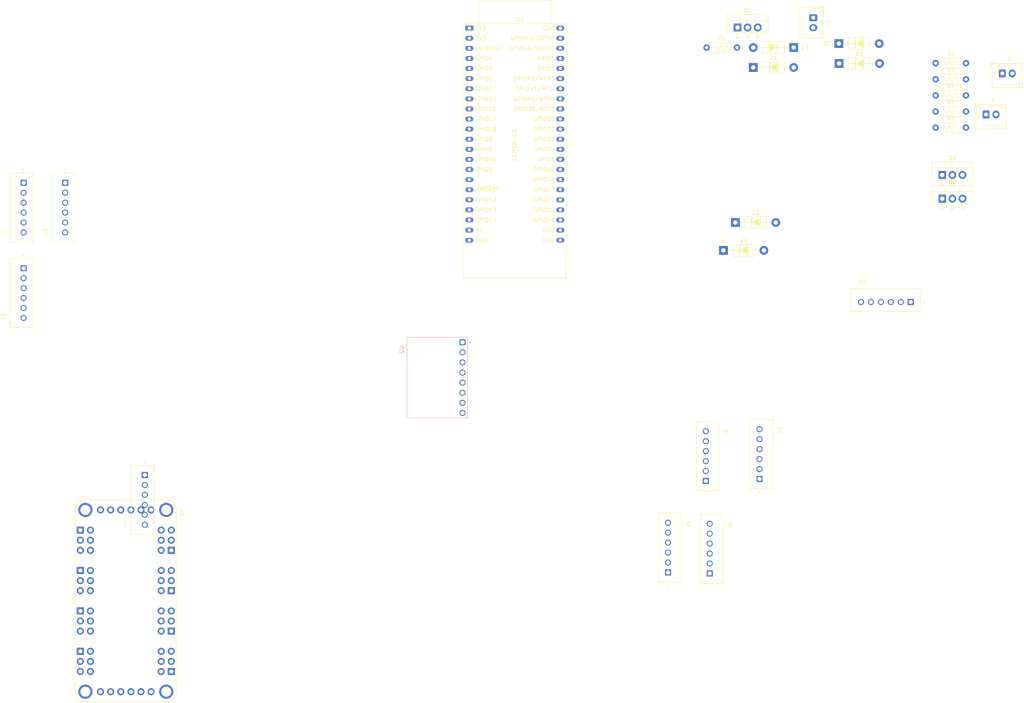
<source format=kicad_pcb>
(kicad_pcb (version 20241229) (generator "pcbnew") (generator_version "9.0")
  (layers (0 "F.Cu" signal) (2 "B.Cu" signal) (13 "F.Paste" user) (15 "B.Paste" user) (5 "F.SilkS" user "F.Silkscreen") (7 "B.SilkS" user "B.Silkscreen") (1 "F.Mask" user) (3 "B.Mask" user) (25 "Edge.Cuts" user))
  (net 0 "")
  (net 2 "Net-(D1-A)")
  (net 8 "Net-(D2-A)")
  (net 11 "+3V3")
  (net 12 "Net-(D3-A)")
  (net 17 "/LED Bank/SW_LUF")
  (net 21 "Net-(U4-OUT0)")
  (net 22 "Net-(U4-OUT1)")
  (net 24 "Net-(U4-OUT2)")
  (net 26 "Net-(U4-OUT3)")
  (net 27 "Net-(U4-OUT4)")
  (net 29 "Net-(U4-OUT5)")
  (net 30 "/LED Bank/SW_LUM")
  (net 33 "GND")
  (net 34 "Net-(U4-OUT7)")
  (net 35 "/LED Bank/SW_LLF")
  (net 37 "Net-(U4-OUT6)")
  (net 38 "Net-(U4-OUT8)")
  (net 39 "/LED Bank/SW_LLM")
  (net 40 "Net-(U4-OUT10)")
  (net 41 "Net-(U4-OUT11)")
  (net 42 "Net-(U4-OUT9)")
  (net 43 "/LED Bank/SW_RUF")
  (net 44 "Net-(U4-OUT12)")
  (net 45 "Net-(U4-OUT14)")
  (net 46 "Net-(U4-OUT13)")
  (net 47 "Net-(U4-OUT15)")
  (net 48 "Net-(U4-OUT16)")
  (net 49 "/LED Bank/SW_RUM")
  (net 50 "Net-(U4-OUT17)")
  (net 51 "Net-(U4-OUT19)")
  (net 52 "Net-(U4-OUT18)")
  (net 53 "Net-(U4-OUT20)")
  (net 54 "/LED Bank/SW_RLF")
  (net 55 "Net-(U4-OUT22)")
  (net 56 "Net-(U4-OUT23)")
  (net 57 "/LED Bank/SW_RLM")
  (net 58 "Net-(U4-OUT21)")
  (net 59 "Net-(Q1-G)")
  (net 60 "GNDPWR")
  (net 61 "Net-(Q2-G)")
  (net 62 "Net-(Q3-G)")
  (net 63 "/Thumper Array/COIL_LEFT")
  (net 64 "/Thumper Array/COIL_RIGHT")
  (net 65 "/Thumper Array/COIL_CENTER")
  (net 67 "/LED Bank/~{OE}")
  (net 68 "/LED Bank/CLK")
  (net 69 "SDA")
  (net 70 "+5V")
  (net 71 "SCL")
  (net 72 "/LED Bank/LAT")
  (net 73 "/LED Bank/DIN")
  (net 74 "/LED Bank/DOUT")
  (net 76 "+12V")
  (footprint "Pinball_Custom_Components:ESP32-S3-DevKitC" (layer "F.Cu") (at 137.07 19.10792)
    (property "Reference" "U1" (at 12.7 -2.1 0) (layer "F.SilkS"))
    (property "Value" "ESP32-S3" (at 11.42632 29.46128 90) (layer "F.SilkS"))
    (fp_text user "GPIO10" (at 1.86 40.28 0) (layer "F.SilkS") (effects (justify left)))
    (fp_text user "GND" (at 21.59 53.34 0) (layer "F.SilkS") (effects (justify right)))
    (fp_text user "3V3" (at 1.27 0 0) (layer "F.SilkS") (effects (justify left)))
    (fp_text user "GPIO14" (at 1.27 48.26 0) (layer "F.SilkS") (effects (justify left)))
    (fp_text user "GPIO3" (at 1.27 30.48 0) (layer "F.SilkS") (effects (justify left)))
    (fp_text user "GPIO12" (at 1.27 43.18 0) (layer "F.SilkS") (effects (justify left)))
    (fp_text user "GPIO38" (at 21.59 22.86 0) (layer "F.SilkS") (effects (justify right)))
    (fp_text user "GPIO39/MTCK" (at 21.59 20.32 0) (layer "F.SilkS") (effects (justify right)))
    (fp_text user "GPIO7" (at 1.27 15.24 0) (layer "F.SilkS") (effects (justify left)))
    (fp_text user "EN/RESET" (at 8.88632 5.07728 0) (layer "F.SilkS") (effects (justify right)))
    (fp_text user "GPIO42/MTMS" (at 21.59 12.7 0) (layer "F.SilkS") (effects (justify right)))
    (fp_text user "GPIO15" (at 1.27 17.78 0) (layer "F.SilkS") (effects (justify left)))
    (fp_text user "GPIO48" (at 21.59 38.1 0) (layer "F.SilkS") (effects (justify right)))
    (fp_text user "GPIO6" (at 1.27 12.7 0) (layer "F.SilkS") (effects (justify left)))
    (fp_text user "GPIO47" (at 21.59 40.64 0) (layer "F.SilkS") (effects (justify right)))
    (fp_text user "5V" (at 1.52032 50.79728 0) (layer "F.SilkS") (effects (justify left)))
    (fp_text user "GPIO45" (at 21.59 35.56 0) (layer "F.SilkS") (effects (justify right)))
    (fp_text user "GPIO8" (at 1.27 27.94 0) (layer "F.SilkS") (effects (justify left)))
    (fp_text user "GPIO16" (at 1.27 20.32 0) (layer "F.SilkS") (effects (justify left)))
    (fp_text user "GPIO21" (at 21.59 43.18 0) (layer "F.SilkS") (effects (justify right)))
    (fp_text user "GND" (at 21.59 0 0) (layer "F.SilkS") (effects (justify right)))
    (fp_text user "GPIO43/U0TXD" (at 21.59 2.54 0) (layer "F.SilkS") (effects (justify right)))
    (fp_text user "GPIO18" (at 1.27 25.4 0) (layer "F.SilkS") (effects (justify left)))
    (fp_text user "GPIO46" (at 1.27 33.02 0) (layer "F.SilkS") (effects (justify left)))
    (fp_text user "GPIO2" (at 21.59 10.16 0) (layer "F.SilkS") (effects (justify right)))
    (fp_text user "GPIO5" (at 1.27 10.16 0) (layer "F.SilkS") (effects (justify left)))
    (fp_text user "GPIO9" (at 1.27 35.56 0) (layer "F.SilkS") (effects (justify left)))
    (fp_text user "GPIO13" (at 1.27 45.72 0) (layer "F.SilkS") (effects (justify left)))
    (fp_text user "GPIO41/MTDI" (at 21.59 15.24 0) (layer "F.SilkS") (effects (justify right)))
    (fp_text user "3V3" (at 1.27 2.54 0) (layer "F.SilkS") (effects (justify left)))
    (fp_text user "GPIO17" (at 1.27 22.86 0) (layer "F.SilkS") (effects (justify left)))
    (fp_text user "GND" (at 21.59 50.8 0) (layer "F.SilkS") (effects (justify right)))
    (fp_text user "GND" (at 1.52032 53.33728 0) (layer "F.SilkS") (effects (justify left)))
    (fp_text user "GPIO20" (at 21.59 45.72 0) (layer "F.SilkS") (effects (justify right)))
    (fp_text user "GPIO4" (at 1.27 7.62 0) (layer "F.SilkS") (effects (justify left)))
    (fp_text user "GPIO11" (at 1.27 40.64 0) (layer "F.SilkS") (effects (justify left)))
    (fp_text user "GPIO44/U0RXD" (at 21.59 5.08 0) (layer "F.SilkS") (effects (justify right)))
    (fp_text user "GPIO0" (at 21.59 33.02 0) (layer "F.SilkS") (effects (justify right)))
    (fp_text user "GPIO19" (at 21.59 48.26 0) (layer "F.SilkS") (effects (justify right)))
    (fp_text user "GPIO1" (at 21.59 7.62 0) (layer "F.SilkS") (effects (justify right)))
    (fp_text user "GPIO35" (at 21.59 30.48 0) (layer "F.SilkS") (effects (justify right)))
    (fp_text user "GPIO36" (at 21.59 27.94 0) (layer "F.SilkS") (effects (justify right)))
    (fp_text user "GPIO37" (at 21.59 25.4 0) (layer "F.SilkS") (effects (justify right)))
    (fp_text user "GPIO40/MTDO" (at 21.59 17.78 0) (layer "F.SilkS") (effects (justify right)))
    (pad "1" thru_hole rect (at 0 0 270) (size 1.2 2) (drill 0.8) (layers "*.Cu" "*.Mask") (net 11 "+3V3"))
    (pad "2" thru_hole oval (at 0 2.54 270) (size 1.2 2) (drill 0.8) (layers "*.Cu" "*.Mask") (net 11 "+3V3"))
    (pad "3" thru_hole oval (at 0 5.08 270) (size 1.2 2) (drill 0.8) (layers "*.Cu" "*.Mask"))
    (pad "4" thru_hole oval (at 0 7.62 270) (size 1.2 2) (drill 0.8) (layers "*.Cu" "*.Mask"))
    (pad "5" thru_hole oval (at 0 10.16 270) (size 1.2 2) (drill 0.8) (layers "*.Cu" "*.Mask"))
    (pad "6" thru_hole oval (at 0 12.7 270) (size 1.2 2) (drill 0.8) (layers "*.Cu" "*.Mask"))
    (pad "7" thru_hole oval (at 0 15.24 270) (size 1.2 2) (drill 0.8) (layers "*.Cu" "*.Mask"))
    (pad "8" thru_hole oval (at 0 17.78 270) (size 1.2 2) (drill 0.8) (layers "*.Cu" "*.Mask") (net 39 "/LED Bank/SW_LLM"))
    (pad "9" thru_hole oval (at 0 20.32 270) (size 1.2 2) (drill 0.8) (layers "*.Cu" "*.Mask") (net 35 "/LED Bank/SW_LLF"))
    (pad "10" thru_hole oval (at 0 22.86 270) (size 1.2 2) (drill 0.8) (layers "*.Cu" "*.Mask") (net 30 "/LED Bank/SW_LUM"))
    (pad "11" thru_hole oval (at 0 25.4 270) (size 1.2 2) (drill 0.8) (layers "*.Cu" "*.Mask") (net 17 "/LED Bank/SW_LUF"))
    (pad "12" thru_hole oval (at 0 27.94 270) (size 1.2 2) (drill 0.8) (layers "*.Cu" "*.Mask") (net 69 "SDA"))
    (pad "13" thru_hole oval (at 0 30.48 270) (size 1.2 2) (drill 0.8) (layers "*.Cu" "*.Mask") (net 64 "/Thumper Array/COIL_RIGHT"))
    (pad "14" thru_hole oval (at 0 33.02 270) (size 1.2 2) (drill 0.8) (layers "*.Cu" "*.Mask"))
    (pad "15" thru_hole oval (at 0 35.56 270) (size 1.2 2) (drill 0.8) (layers "*.Cu" "*.Mask") (net 71 "SCL"))
    (pad "16" thru_hole oval (at 0 38.1 270) (size 1.2 2) (drill 0.8) (layers "*.Cu" "*.Mask"))
    (pad "17" thru_hole oval (at 0 40.64 270) (size 1.2 2) (drill 0.8) (layers "*.Cu" "*.Mask") (net 57 "/LED Bank/SW_RLM"))
    (pad "18" thru_hole oval (at 0 43.18 270) (size 1.2 2) (drill 0.8) (layers "*.Cu" "*.Mask") (net 54 "/LED Bank/SW_RLF"))
    (pad "19" thru_hole oval (at 0 45.72 270) (size 1.2 2) (drill 0.8) (layers "*.Cu" "*.Mask") (net 49 "/LED Bank/SW_RUM"))
    (pad "20" thru_hole oval (at -0.00368 48.25728 270) (size 1.2 2) (drill 0.8) (layers "*.Cu" "*.Mask") (net 43 "/LED Bank/SW_RUF"))
    (pad "21" thru_hole oval (at -0.00368 50.79728 270) (size 1.2 2) (drill 0.8) (layers "*.Cu" "*.Mask") (net 70 "+5V"))
    (pad "22" thru_hole oval (at -0.00368 53.33728 270) (size 1.2 2) (drill 0.8) (layers "*.Cu" "*.Mask") (net 33 "GND"))
    (pad "23" thru_hole oval (at 22.86 53.34 270) (size 1.2 2) (drill 0.8) (layers "*.Cu" "*.Mask") (net 33 "GND"))
    (pad "24" thru_hole oval (at 22.86 50.8 270) (size 1.2 2) (drill 0.8) (layers "*.Cu" "*.Mask") (net 33 "GND"))
    (pad "25" thru_hole oval (at 22.86 48.26 270) (size 1.2 2) (drill 0.8) (layers "*.Cu" "*.Mask"))
    (pad "26" thru_hole oval (at 22.86 45.72 270) (size 1.2 2) (drill 0.8) (layers "*.Cu" "*.Mask"))
    (pad "27" thru_hole oval (at 22.86 43.18 270) (size 1.2 2) (drill 0.8) (layers "*.Cu" "*.Mask"))
    (pad "28" thru_hole oval (at 22.86 40.64 270) (size 1.2 2) (drill 0.8) (layers "*.Cu" "*.Mask"))
    (pad "29" thru_hole oval (at 22.86 38.1 270) (size 1.2 2) (drill 0.8) (layers "*.Cu" "*.Mask"))
    (pad "30" thru_hole oval (at 22.86 35.56 270) (size 1.2 2) (drill 0.8) (layers "*.Cu" "*.Mask"))
    (pad "31" thru_hole oval (at 22.86 33.02 270) (size 1.2 2) (drill 0.8) (layers "*.Cu" "*.Mask"))
    (pad "32" thru_hole oval (at 22.86 30.48 270) (size 1.2 2) (drill 0.8) (layers "*.Cu" "*.Mask"))
    (pad "33" thru_hole oval (at 22.86 27.94 270) (size 1.2 2) (drill 0.8) (layers "*.Cu" "*.Mask"))
    (pad "34" thru_hole oval (at 22.86 25.4 270) (size 1.2 2) (drill 0.8) (layers "*.Cu" "*.Mask"))
    (pad "35" thru_hole oval (at 22.86 22.86 270) (size 1.2 2) (drill 0.8) (layers "*.Cu" "*.Mask"))
    (pad "36" thru_hole oval (at 22.86 20.32 270) (size 1.2 2) (drill 0.8) (layers "*.Cu" "*.Mask") (net 72 "/LED Bank/LAT"))
    (pad "37" thru_hole oval (at 22.86 17.78 270) (size 1.2 2) (drill 0.8) (layers "*.Cu" "*.Mask") (net 67 "/LED Bank/~{OE}"))
    (pad "38" thru_hole oval (at 22.86 15.24 270) (size 1.2 2) (drill 0.8) (layers "*.Cu" "*.Mask") (net 68 "/LED Bank/CLK"))
    (pad "39" thru_hole oval (at 22.86 12.7 270) (size 1.2 2) (drill 0.8) (layers "*.Cu" "*.Mask") (net 73 "/LED Bank/DIN"))
    (pad "40" thru_hole oval (at 22.86 10.16 270) (size 1.2 2) (drill 0.8) (layers "*.Cu" "*.Mask") (net 65 "/Thumper Array/COIL_CENTER"))
    (pad "41" thru_hole oval (at 22.86 7.62 270) (size 1.2 2) (drill 0.8) (layers "*.Cu" "*.Mask") (net 63 "/Thumper Array/COIL_LEFT"))
    (pad "42" thru_hole oval (at 22.86 5.08 270) (size 1.2 2) (drill 0.8) (layers "*.Cu" "*.Mask"))
    (pad "43" thru_hole oval (at 22.86 2.54 270) (size 1.2 2) (drill 0.8) (layers "*.Cu" "*.Mask"))
    (pad "44" thru_hole oval (at 22.86 0 270) (size 1.2 2) (drill 0.8) (layers "*.Cu" "*.Mask") (net 33 "GND"))
  )
  (footprint "PCM_Package_TO_SOT_THT_AKL:TO-220-3_Vertical_GDS" (layer "F.Cu") (at 255.92 62)
    (property "Reference" "Q3" (at 2.54 -4.27 0) (layer "F.SilkS"))
    (property "Value" "IRFZ44N" (hide yes))
    (fp_text user "S" (at 5.08 2.2225 0) (layer "F.SilkS"))
    (fp_text user "G" (at 0 2.2225 0) (layer "F.SilkS"))
    (fp_text user "D" (at 2.54 2.2225 0) (layer "F.SilkS"))
    (pad "1" thru_hole rect (at 0 0) (size 1.905 2) (drill 1.1) (layers "*.Cu" "*.Mask") (net 62 "Net-(Q3-G)"))
    (pad "2" thru_hole oval (at 2.54 0) (size 1.905 2) (drill 1.1) (layers "*.Cu" "*.Mask") (net 12 "Net-(D3-A)"))
    (pad "3" thru_hole oval (at 5.08 0) (size 1.905 2) (drill 1.1) (layers "*.Cu" "*.Mask") (net 60 "GNDPWR"))
  )
  (footprint "Pinball_Custom_Components:B6B-XH-A" (layer "F.Cu") (at 241.75 87.475)
    (property "Reference" "U3" (at -5.95 -4.6 0) (layer "F.SilkS") (effects (font (size 0.944882 0.944882))))
    (property "Value" "VL8160X")
    (pad "1" thru_hole rect (at 6.25 0.525) (size 1.508 1.508) (drill 1) (layers "*.Cu" "*.Mask") (net 11 "+3V3"))
    (pad "2" thru_hole circle (at 3.75 0.525) (size 1.508 1.508) (drill 1) (layers "*.Cu" "*.Mask") (net 33 "GND"))
    (pad "3" thru_hole circle (at 1.25 0.525) (size 1.508 1.508) (drill 1) (layers "*.Cu" "*.Mask") (net 69 "SDA"))
    (pad "4" thru_hole circle (at -1.25 0.525) (size 1.508 1.508) (drill 1) (layers "*.Cu" "*.Mask") (net 71 "SCL"))
    (pad "5" thru_hole circle (at -3.75 0.525) (size 1.508 1.508) (drill 1) (layers "*.Cu" "*.Mask"))
    (pad "6" thru_hole circle (at -6.25 0.525) (size 1.508 1.508) (drill 1) (layers "*.Cu" "*.Mask") (net 11 "+3V3"))
  )
  (footprint "PCM_Resistor_THT_US_AKL:R_Axial_DIN0207_L6.3mm_D2.5mm_P7.62mm_Horizontal" (layer "F.Cu") (at 254.26 27.93)
    (property "Reference" "R2" (at 3.81 -2.37 0) (layer "F.SilkS"))
    (property "Value" "10K" (hide yes))
    (pad "1" thru_hole circle (at 0 0) (size 1.6 1.6) (drill 0.8) (layers "*.Cu" "*.Mask") (net 59 "Net-(Q1-G)"))
    (pad "2" thru_hole oval (at 7.62 0) (size 1.6 1.6) (drill 0.8) (layers "*.Cu" "*.Mask") (net 60 "GNDPWR"))
  )
  (footprint "Pinball_Custom_Components:B6B-XH-A" (layer "F.Cu") (at 24.525 64.25 90)
    (property "Reference" "J1" (at -5.95 -4.6 90) (layer "F.SilkS") (effects (font (size 0.944882 0.944882))))
    (property "Value" "Left Upper Flipper")
    (pad "1" thru_hole rect (at 6.25 0.525 90) (size 1.508 1.508) (drill 1) (layers "*.Cu" "*.Mask") (net 33 "GND"))
    (pad "2" thru_hole circle (at 3.75 0.525 90) (size 1.508 1.508) (drill 1) (layers "*.Cu" "*.Mask") (net 24 "Net-(U4-OUT2)"))
    (pad "3" thru_hole circle (at 1.25 0.525 90) (size 1.508 1.508) (drill 1) (layers "*.Cu" "*.Mask") (net 22 "Net-(U4-OUT1)"))
    (pad "4" thru_hole circle (at -1.25 0.525 90) (size 1.508 1.508) (drill 1) (layers "*.Cu" "*.Mask") (net 17 "/LED Bank/SW_LUF"))
    (pad "5" thru_hole circle (at -3.75 0.525 90) (size 1.508 1.508) (drill 1) (layers "*.Cu" "*.Mask") (net 33 "GND"))
    (pad "6" thru_hole circle (at -6.25 0.525 90) (size 1.508 1.508) (drill 1) (layers "*.Cu" "*.Mask") (net 21 "Net-(U4-OUT0)"))
  )
  (footprint "PCM_Resistor_THT_US_AKL:R_Axial_DIN0207_L6.3mm_D2.5mm_P7.62mm_Horizontal" (layer "F.Cu") (at 254.26 36.03)
    (property "Reference" "R4" (at 3.81 -2.37 0) (layer "F.SilkS"))
    (property "Value" "10K" (hide yes))
    (pad "1" thru_hole circle (at 0 0) (size 1.6 1.6) (drill 0.8) (layers "*.Cu" "*.Mask") (net 61 "Net-(Q2-G)"))
    (pad "2" thru_hole oval (at 7.62 0) (size 1.6 1.6) (drill 0.8) (layers "*.Cu" "*.Mask") (net 60 "GNDPWR"))
  )
  (footprint "Pinball_Custom_Components:B6B-XH-A" (layer "F.Cu") (at 210.525 126.25 -90)
    (property "Reference" "J7" (at -5.95 -4.6 90) (layer "F.SilkS") (effects (font (size 0.944882 0.944882))))
    (property "Value" "Right Lower Flipper")
    (pad "1" thru_hole rect (at 6.25 0.525 270) (size 1.508 1.508) (drill 1) (layers "*.Cu" "*.Mask") (net 33 "GND"))
    (pad "2" thru_hole circle (at 3.75 0.525 270) (size 1.508 1.508) (drill 1) (layers "*.Cu" "*.Mask") (net 53 "Net-(U4-OUT20)"))
    (pad "3" thru_hole circle (at 1.25 0.525 270) (size 1.508 1.508) (drill 1) (layers "*.Cu" "*.Mask") (net 51 "Net-(U4-OUT19)"))
    (pad "4" thru_hole circle (at -1.25 0.525 270) (size 1.508 1.508) (drill 1) (layers "*.Cu" "*.Mask") (net 54 "/LED Bank/SW_RLF"))
    (pad "5" thru_hole circle (at -3.75 0.525 270) (size 1.508 1.508) (drill 1) (layers "*.Cu" "*.Mask") (net 33 "GND"))
    (pad "6" thru_hole circle (at -6.25 0.525 270) (size 1.508 1.508) (drill 1) (layers "*.Cu" "*.Mask") (net 52 "Net-(U4-OUT18)"))
  )
  (footprint "PCM_Diode_THT_AKL:D_DO-41_SOD81_P10.16mm_Horizontal_Zener" (layer "F.Cu") (at 200.92 75)
    (property "Reference" "Z3" (at 5.08 -2.47 0) (layer "F.SilkS"))
    (property "Value" "1N4744A" (hide yes))
    (fp_text user "K" (at 0 -2.1 0) (layer "F.SilkS"))
    (pad "1" thru_hole rect (at 0 0) (size 2.2 2.2) (drill 1.1) (layers "*.Cu" "*.Mask") (net 62 "Net-(Q3-G)"))
    (pad "2" thru_hole oval (at 10.16 0) (size 2.2 2.2) (drill 1.1) (layers "*.Cu" "*.Mask") (net 60 "GNDPWR"))
  )
  (footprint "Pinball_Custom_Components:B6B-XH-A" (layer "F.Cu") (at 198 150 -90)
    (property "Reference" "J6" (at -5.95 -4.6 90) (layer "F.SilkS") (effects (font (size 0.944882 0.944882))))
    (property "Value" "Right Upper Magna")
    (pad "1" thru_hole rect (at 6.25 0.525 270) (size 1.508 1.508) (drill 1) (layers "*.Cu" "*.Mask") (net 33 "GND"))
    (pad "2" thru_hole circle (at 3.75 0.525 270) (size 1.508 1.508) (drill 1) (layers "*.Cu" "*.Mask") (net 50 "Net-(U4-OUT17)"))
    (pad "3" thru_hole circle (at 1.25 0.525 270) (size 1.508 1.508) (drill 1) (layers "*.Cu" "*.Mask") (net 48 "Net-(U4-OUT16)"))
    (pad "4" thru_hole circle (at -1.25 0.525 270) (size 1.508 1.508) (drill 1) (layers "*.Cu" "*.Mask") (net 49 "/LED Bank/SW_RUM"))
    (pad "5" thru_hole circle (at -3.75 0.525 270) (size 1.508 1.508) (drill 1) (layers "*.Cu" "*.Mask") (net 33 "GND"))
    (pad "6" thru_hole circle (at -6.25 0.525 270) (size 1.508 1.508) (drill 1) (layers "*.Cu" "*.Mask") (net 47 "Net-(U4-OUT15)"))
  )
  (footprint "Connector_JST:JST_XH_B2B-XH-AM_1x02_P2.50mm_Vertical" (layer "F.Cu") (at 266.93 40.83)
    (property "Reference" "L3" (at 1.25 -3.55 0) (layer "F.SilkS"))
    (property "Value" "JF0530B")
    (pad "" np_thru_hole circle (at -1.6 2) (size 1.2 1.2) (drill 1.2) (layers "*.Cu" "*.Mask"))
    (pad "1" thru_hole roundrect (at 0 0) (size 1.7 2) (drill 1) (layers "*.Cu" "*.Mask") (roundrect_rratio 0.147059) (net 12 "Net-(D3-A)"))
    (pad "2" thru_hole oval (at 2.5 0) (size 1.7 2) (drill 1) (layers "*.Cu" "*.Mask") (net 76 "+12V"))
  )
  (footprint "PCM_Resistor_THT_US_AKL:R_Axial_DIN0207_L6.3mm_D2.5mm_P7.62mm_Horizontal" (layer "F.Cu") (at 254.26 44.13)
    (property "Reference" "R6" (at 3.81 -2.37 0) (layer "F.SilkS"))
    (property "Value" "10K" (hide yes))
    (pad "1" thru_hole circle (at 0 0) (size 1.6 1.6) (drill 0.8) (layers "*.Cu" "*.Mask") (net 62 "Net-(Q3-G)"))
    (pad "2" thru_hole oval (at 7.62 0) (size 1.6 1.6) (drill 0.8) (layers "*.Cu" "*.Mask") (net 60 "GNDPWR"))
  )
  (footprint "PCM_Package_TO_SOT_THT_AKL:TO-220-3_Vertical_GDS" (layer "F.Cu") (at 204.46 18.945)
    (property "Reference" "Q1" (at 2.54 -4.27 0) (layer "F.SilkS"))
    (property "Value" "IRFZ44N" (hide yes))
    (fp_text user "D" (at 2.54 2.2225 0) (layer "F.SilkS"))
    (fp_text user "G" (at 0 2.2225 0) (layer "F.SilkS"))
    (fp_text user "S" (at 5.08 2.2225 0) (layer "F.SilkS"))
    (pad "1" thru_hole rect (at 0 0) (size 1.905 2) (drill 1.1) (layers "*.Cu" "*.Mask") (net 59 "Net-(Q1-G)"))
    (pad "2" thru_hole oval (at 2.54 0) (size 1.905 2) (drill 1.1) (layers "*.Cu" "*.Mask") (net 2 "Net-(D1-A)"))
    (pad "3" thru_hole oval (at 5.08 0) (size 1.905 2) (drill 1.1) (layers "*.Cu" "*.Mask") (net 60 "GNDPWR"))
  )
  (footprint "Pinball_Custom_Components:B6B-XH-A" (layer "F.Cu") (at 54.975 137.75 90)
    (property "Reference" "J4" (at -5.95 -4.6 90) (layer "F.SilkS") (effects (font (size 0.944882 0.944882))))
    (property "Value" "Left Lower Magna")
    (pad "1" thru_hole rect (at 6.25 0.525 90) (size 1.508 1.508) (drill 1) (layers "*.Cu" "*.Mask") (net 33 "GND"))
    (pad "2" thru_hole circle (at 3.75 0.525 90) (size 1.508 1.508) (drill 1) (layers "*.Cu" "*.Mask") (net 41 "Net-(U4-OUT11)"))
    (pad "3" thru_hole circle (at 1.25 0.525 90) (size 1.508 1.508) (drill 1) (layers "*.Cu" "*.Mask") (net 40 "Net-(U4-OUT10)"))
    (pad "4" thru_hole circle (at -1.25 0.525 90) (size 1.508 1.508) (drill 1) (layers "*.Cu" "*.Mask") (net 39 "/LED Bank/SW_LLM"))
    (pad "5" thru_hole circle (at -3.75 0.525 90) (size 1.508 1.508) (drill 1) (layers "*.Cu" "*.Mask") (net 33 "GND"))
    (pad "6" thru_hole circle (at -6.25 0.525 90) (size 1.508 1.508) (drill 1) (layers "*.Cu" "*.Mask") (net 42 "Net-(U4-OUT9)"))
  )
  (footprint "Connector_JST:JST_XH_B2B-XH-AM_1x02_P2.50mm_Vertical" (layer "F.Cu") (at 271 30.5)
    (property "Reference" "L2" (at 1.25 -3.55 0) (layer "F.SilkS"))
    (property "Value" "JF0530B")
    (pad "" np_thru_hole circle (at -1.6 2) (size 1.2 1.2) (drill 1.2) (layers "*.Cu" "*.Mask"))
    (pad "1" thru_hole roundrect (at 0 0) (size 1.7 2) (drill 1) (layers "*.Cu" "*.Mask") (roundrect_rratio 0.147059) (net 8 "Net-(D2-A)"))
    (pad "2" thru_hole oval (at 2.5 0) (size 1.7 2) (drill 1) (layers "*.Cu" "*.Mask") (net 76 "+12V"))
  )
  (footprint "PCM_Diode_THT_AKL:D_DO-41_SOD81_P10.16mm_Horizontal" (layer "F.Cu") (at 229.92 23)
    (property "Reference" "D2" (at -2.92 0 0) (layer "F.SilkS"))
    (property "Value" "UF4007" (hide yes))
    (pad "1" thru_hole rect (at 0 0) (size 2.2 2.2) (drill 1.1) (layers "*.Cu" "*.Mask") (net 76 "+12V"))
    (pad "2" thru_hole oval (at 10.16 0) (size 2.2 2.2) (drill 1.1) (layers "*.Cu" "*.Mask") (net 8 "Net-(D2-A)"))
  )
  (footprint "Pinball_Custom_Components:B6B-XH-A" (layer "F.Cu") (at 24.525 85.75 90)
    (property "Reference" "J3" (at -5.95 -4.6 90) (layer "F.SilkS") (effects (font (size 0.944882 0.944882))))
    (property "Value" "Left Lower Flipper")
    (pad "1" thru_hole rect (at 6.25 0.525 90) (size 1.508 1.508) (drill 1) (layers "*.Cu" "*.Mask") (net 33 "GND"))
    (pad "2" thru_hole circle (at 3.75 0.525 90) (size 1.508 1.508) (drill 1) (layers "*.Cu" "*.Mask") (net 38 "Net-(U4-OUT8)"))
    (pad "3" thru_hole circle (at 1.25 0.525 90) (size 1.508 1.508) (drill 1) (layers "*.Cu" "*.Mask") (net 34 "Net-(U4-OUT7)"))
    (pad "4" thru_hole circle (at -1.25 0.525 90) (size 1.508 1.508) (drill 1) (layers "*.Cu" "*.Mask") (net 35 "/LED Bank/SW_LLF"))
    (pad "5" thru_hole circle (at -3.75 0.525 90) (size 1.508 1.508) (drill 1) (layers "*.Cu" "*.Mask") (net 33 "GND"))
    (pad "6" thru_hole circle (at -6.25 0.525 90) (size 1.508 1.508) (drill 1) (layers "*.Cu" "*.Mask") (net 37 "Net-(U4-OUT6)"))
  )
  (footprint "PCM_Diode_THT_AKL:D_DO-41_SOD81_P10.16mm_Horizontal_Zener" (layer "F.Cu") (at 203.92 68)
    (property "Reference" "Z2" (at 5.08 -2.47 0) (layer "F.SilkS"))
    (property "Value" "1N4744A" (hide yes))
    (pad "1" thru_hole rect (at 0 0) (size 2.2 2.2) (drill 1.1) (layers "*.Cu" "*.Mask") (net 61 "Net-(Q2-G)"))
    (pad "2" thru_hole oval (at 10.16 0) (size 2.2 2.2) (drill 1.1) (layers "*.Cu" "*.Mask") (net 60 "GNDPWR"))
  )
  (footprint "PCM_Diode_THT_AKL:D_DO-41_SOD81_P10.16mm_Horizontal_Zener" (layer "F.Cu") (at 208.42 29)
    (property "Reference" "Z1" (at 5.08 -2.47 0) (layer "F.SilkS"))
    (property "Value" "1N4744A" (hide yes))
    (pad "1" thru_hole rect (at 0 0) (size 2.2 2.2) (drill 1.1) (layers "*.Cu" "*.Mask") (net 59 "Net-(Q1-G)"))
    (pad "2" thru_hole oval (at 10.16 0) (size 2.2 2.2) (drill 1.1) (layers "*.Cu" "*.Mask") (net 60 "GNDPWR"))
  )
  (footprint "PCM_Diode_THT_AKL:D_DO-41_SOD81_P10.16mm_Horizontal" (layer "F.Cu") (at 230 28)
    (property "Reference" "D3" (at 5.08 -2.47 0) (layer "F.SilkS"))
    (property "Value" "UF4007" (hide yes))
    (pad "1" thru_hole rect (at 0 0) (size 2.2 2.2) (drill 1.1) (layers "*.Cu" "*.Mask") (net 76 "+12V"))
    (pad "2" thru_hole oval (at 10.16 0) (size 2.2 2.2) (drill 1.1) (layers "*.Cu" "*.Mask") (net 12 "Net-(D3-A)"))
  )
  (footprint "Pinball_Custom_Components:B6B-XH-A" (layer "F.Cu") (at 197.025 126.75 -90)
    (property "Reference" "J8" (at -5.95 -4.6 90) (layer "F.SilkS") (effects (font (size 0.944882 0.944882))))
    (property "Value" "Right Lower Magna")
    (pad "1" thru_hole rect (at 6.25 0.525 270) (size 1.508 1.508) (drill 1) (layers "*.Cu" "*.Mask") (net 33 "GND"))
    (pad "2" thru_hole circle (at 3.75 0.525 270) (size 1.508 1.508) (drill 1) (layers "*.Cu" "*.Mask") (net 56 "Net-(U4-OUT23)"))
    (pad "3" thru_hole circle (at 1.25 0.525 270) (size 1.508 1.508) (drill 1) (layers "*.Cu" "*.Mask") (net 55 "Net-(U4-OUT22)"))
    (pad "4" thru_hole circle (at -1.25 0.525 270) (size 1.508 1.508) (drill 1) (layers "*.Cu" "*.Mask") (net 57 "/LED Bank/SW_RLM"))
    (pad "5" thru_hole circle (at -3.75 0.525 270) (size 1.508 1.508) (drill 1) (layers "*.Cu" "*.Mask") (net 33 "GND"))
    (pad "6" thru_hole circle (at -6.25 0.525 270) (size 1.508 1.508) (drill 1) (layers "*.Cu" "*.Mask") (net 58 "Net-(U4-OUT21)"))
  )
  (footprint "Pinball_Custom_Components:B6B-XH-A" (layer "F.Cu") (at 34.975 64.25 90)
    (property "Reference" "J2" (at -5.95 -4.6 90) (layer "F.SilkS") (effects (font (size 0.944882 0.944882))))
    (property "Value" "Left Upper Magna")
    (pad "1" thru_hole rect (at 6.25 0.525 90) (size 1.508 1.508) (drill 1) (layers "*.Cu" "*.Mask") (net 33 "GND"))
    (pad "2" thru_hole circle (at 3.75 0.525 90) (size 1.508 1.508) (drill 1) (layers "*.Cu" "*.Mask") (net 29 "Net-(U4-OUT5)"))
    (pad "3" thru_hole circle (at 1.25 0.525 90) (size 1.508 1.508) (drill 1) (layers "*.Cu" "*.Mask") (net 27 "Net-(U4-OUT4)"))
    (pad "4" thru_hole circle (at -1.25 0.525 90) (size 1.508 1.508) (drill 1) (layers "*.Cu" "*.Mask") (net 30 "/LED Bank/SW_LUM"))
    (pad "5" thru_hole circle (at -3.75 0.525 90) (size 1.508 1.508) (drill 1) (layers "*.Cu" "*.Mask") (net 33 "GND"))
    (pad "6" thru_hole circle (at -6.25 0.525 90) (size 1.508 1.508) (drill 1) (layers "*.Cu" "*.Mask") (net 26 "Net-(U4-OUT3)"))
  )
  (footprint "PCM_Resistor_THT_US_AKL:R_Axial_DIN0207_L6.3mm_D2.5mm_P7.62mm_Horizontal" (layer "F.Cu") (at 196.69 24)
    (property "Reference" "R1" (at 3.81 -2.37 0) (layer "F.SilkS"))
    (property "Value" "100" (hide yes))
    (pad "1" thru_hole circle (at 0 0) (size 1.6 1.6) (drill 0.8) (layers "*.Cu" "*.Mask") (net 63 "/Thumper Array/COIL_LEFT"))
    (pad "2" thru_hole oval (at 7.62 0) (size 1.6 1.6) (drill 0.8) (layers "*.Cu" "*.Mask") (net 59 "Net-(Q1-G)"))
  )
  (footprint "Connector_JST:JST_XH_B2B-XH-AM_1x02_P2.50mm_Vertical" (layer "F.Cu") (at 223.5 16.5 -90)
    (property "Reference" "L1" (at 1.25 -3.55 90) (layer "F.SilkS"))
    (property "Value" "JF0530B")
    (pad "" np_thru_hole circle (at -1.6 2 270) (size 1.2 1.2) (drill 1.2) (layers "*.Cu" "*.Mask"))
    (pad "1" thru_hole roundrect (at 0 0 270) (size 1.7 2) (drill 1) (layers "*.Cu" "*.Mask") (roundrect_rratio 0.147059) (net 2 "Net-(D1-A)"))
    (pad "2" thru_hole oval (at 2.5 0 270) (size 1.7 2) (drill 1) (layers "*.Cu" "*.Mask") (net 76 "+12V"))
  )
  (footprint "Pinball_Custom_Components:B6B-XH-A" (layer "F.Cu") (at 187.525 149.75 -90)
    (property "Reference" "J5" (at -5.95 -4.6 90) (layer "F.SilkS") (effects (font (size 0.944882 0.944882))))
    (property "Value" "Right Upper Flipper")
    (pad "1" thru_hole rect (at 6.25 0.525 270) (size 1.508 1.508) (drill 1) (layers "*.Cu" "*.Mask") (net 33 "GND"))
    (pad "2" thru_hole circle (at 3.75 0.525 270) (size 1.508 1.508) (drill 1) (layers "*.Cu" "*.Mask") (net 45 "Net-(U4-OUT14)"))
    (pad "3" thru_hole circle (at 1.25 0.525 270) (size 1.508 1.508) (drill 1) (layers "*.Cu" "*.Mask") (net 46 "Net-(U4-OUT13)"))
    (pad "4" thru_hole circle (at -1.25 0.525 270) (size 1.508 1.508) (drill 1) (layers "*.Cu" "*.Mask") (net 43 "/LED Bank/SW_RUF"))
    (pad "5" thru_hole circle (at -3.75 0.525 270) (size 1.508 1.508) (drill 1) (layers "*.Cu" "*.Mask") (net 33 "GND"))
    (pad "6" thru_hole circle (at -6.25 0.525 270) (size 1.508 1.508) (drill 1) (layers "*.Cu" "*.Mask") (net 44 "Net-(U4-OUT12)"))
  )
  (footprint "PCM_Resistor_THT_US_AKL:R_Axial_DIN0207_L6.3mm_D2.5mm_P7.62mm_Horizontal" (layer "F.Cu") (at 254.26 31.98)
    (property "Reference" "R3" (at 3.81 -2.37 0) (layer "F.SilkS"))
    (property "Value" "100" (hide yes))
    (pad "1" thru_hole circle (at 0 0) (size 1.6 1.6) (drill 0.8) (layers "*.Cu" "*.Mask") (net 64 "/Thumper Array/COIL_RIGHT"))
    (pad "2" thru_hole oval (at 7.62 0) (size 1.6 1.6) (drill 0.8) (layers "*.Cu" "*.Mask") (net 61 "Net-(Q2-G)"))
  )
  (footprint "Pinball_Custom_Components:ADA1914-TLC5947" (layer "F.Cu") (at 50.73 163.14 -90)
    (property "Reference" "U4" (at -22.225 -14.135 90) (layer "F.SilkS"))
    (property "Value" "TLC5947")
    (pad "JP1_1" thru_hole circle (at -22.86 -6.35 270) (size 1.778 1.778) (drill 1.016) (layers "*.Cu" "*.Mask") (net 72 "/LED Bank/LAT"))
    (pad "JP1_2" thru_hole circle (at -22.86 -3.81 270) (size 1.778 1.778) (drill 1.016) (layers "*.Cu" "*.Mask") (net 67 "/LED Bank/~{OE}"))
    (pad "JP1_3" thru_hole circle (at -22.86 -1.27 270) (size 1.778 1.778) (drill 1.016) (layers "*.Cu" "*.Mask") (net 68 "/LED Bank/CLK"))
    (pad "JP1_4" thru_hole circle (at -22.86 1.27 270) (size 1.778 1.778) (drill 1.016) (layers "*.Cu" "*.Mask") (net 73 "/LED Bank/DIN"))
    (pad "JP1_5" thru_hole circle (at -22.86 3.81 270) (size 1.778 1.778) (drill 1.016) (layers "*.Cu" "*.Mask") (net 33 "GND"))
    (pad "JP1_6" thru_hole circle (at -22.86 6.35 270) (size 1.778 1.778) (drill 1.016) (layers "*.Cu" "*.Mask") (net 70 "+5V"))
    (pad "JP2_1" thru_hole rect (at -17.78 11.43 270) (size 1.778 1.778) (drill 1) (layers "*.Cu" "*.Mask") (net 70 "+5V"))
    (pad "JP2_2" thru_hole circle (at -17.78 8.89 270) (size 1.778 1.778) (drill 1) (layers "*.Cu" "*.Mask") (net 21 "Net-(U4-OUT0)"))
    (pad "JP2_3" thru_hole circle (at -15.24 11.43 270) (size 1.778 1.778) (drill 1) (layers "*.Cu" "*.Mask") (net 70 "+5V"))
    (pad "JP2_4" thru_hole circle (at -15.24 8.89 270) (size 1.778 1.778) (drill 1) (layers "*.Cu" "*.Mask") (net 22 "Net-(U4-OUT1)"))
    (pad "JP2_5" thru_hole circle (at -12.7 11.43 270) (size 1.778 1.778) (drill 1) (layers "*.Cu" "*.Mask") (net 70 "+5V"))
    (pad "JP2_6" thru_hole circle (at -12.7 8.89 270) (size 1.778 1.778) (drill 1) (layers "*.Cu" "*.Mask") (net 24 "Net-(U4-OUT2)"))
    (pad "JP3_1" thru_hole rect (at -7.62 11.43 270) (size 1.778 1.778) (drill 1) (layers "*.Cu" "*.Mask") (net 70 "+5V"))
    (pad "JP3_2" thru_hole circle (at -7.62 8.89 270) (size 1.778 1.778) (drill 1) (layers "*.Cu" "*.Mask") (net 26 "Net-(U4-OUT3)"))
    (pad "JP3_3" thru_hole circle (at -5.08 11.43 270) (size 1.778 1.778) (drill 1) (layers "*.Cu" "*.Mask") (net 70 "+5V"))
    (pad "JP3_4" thru_hole circle (at -5.08 8.89 270) (size 1.778 1.778) (drill 1) (layers "*.Cu" "*.Mask") (net 27 "Net-(U4-OUT4)"))
    (pad "JP3_5" thru_hole circle (at -2.54 11.43 270) (size 1.778 1.778) (drill 1) (layers "*.Cu" "*.Mask") (net 70 "+5V"))
    (pad "JP3_6" thru_hole circle (at -2.54 8.89 270) (size 1.778 1.778) (drill 1) (layers "*.Cu" "*.Mask") (net 29 "Net-(U4-OUT5)"))
    (pad "JP4_1" thru_hole rect (at 2.54 11.43 270) (size 1.778 1.778) (drill 1) (layers "*.Cu" "*.Mask") (net 70 "+5V"))
    (pad "JP4_2" thru_hole circle (at 2.54 8.89 270) (size 1.778 1.778) (drill 1) (layers "*.Cu" "*.Mask") (net 37 "Net-(U4-OUT6)"))
    (pad "JP4_3" thru_hole circle (at 5.08 11.43 270) (size 1.778 1.778) (drill 1) (layers "*.Cu" "*.Mask") (net 70 "+5V"))
    (pad "JP4_4" thru_hole circle (at 5.08 8.89 270) (size 1.778 1.778) (drill 1) (layers "*.Cu" "*.Mask") (net 34 "Net-(U4-OUT7)"))
    (pad "JP4_5" thru_hole circle (at 7.62 11.43 270) (size 1.778 1.778) (drill 1) (layers "*.Cu" "*.Mask") (net 70 "+5V"))
    (pad "JP4_6" thru_hole circle (at 7.62 8.89 270) (size 1.778 1.778) (drill 1) (layers "*.Cu" "*.Mask") (net 38 "Net-(U4-OUT8)"))
    (pad "JP5_1" thru_hole rect (at 12.7 11.43 270) (size 1.778 1.778) (drill 1) (layers "*.Cu" "*.Mask") (net 70 "+5V"))
    (pad "JP5_2" thru_hole circle (at 12.7 8.89 270) (size 1.778 1.778) (drill 1) (layers "*.Cu" "*.Mask") (net 42 "Net-(U4-OUT9)"))
    (pad "JP5_3" thru_hole circle (at 15.24 11.43 270) (size 1.778 1.778) (drill 1) (layers "*.Cu" "*.Mask") (net 70 "+5V"))
    (pad "JP5_4" thru_hole circle (at 15.24 8.89 270) (size 1.778 1.778) (drill 1) (layers "*.Cu" "*.Mask") (net 40 "Net-(U4-OUT10)"))
    (pad "JP5_5" thru_hole circle (at 17.78 11.43 270) (size 1.778 1.778) (drill 1) (layers "*.Cu" "*.Mask") (net 70 "+5V"))
    (pad "JP5_6" thru_hole circle (at 17.78 8.89 270) (size 1.778 1.778) (drill 1) (layers "*.Cu" "*.Mask") (net 41 "Net-(U4-OUT11)"))
    (pad "JP6_1" thru_hole rect (at 17.78 -11.43 270) (size 1.778 1.778) (drill 1) (layers "*.Cu" "*.Mask") (net 70 "+5V"))
    (pad "JP6_2" thru_hole circle (at 17.78 -8.89 270) (size 1.778 1.778) (drill 1) (layers "*.Cu" "*.Mask") (net 44 "Net-(U4-OUT12)"))
    (pad "JP6_3" thru_hole circle (at 15.24 -11.43 270) (size 1.778 1.778) (drill 1) (layers "*.Cu" "*.Mask") (net 70 "+5V"))
    (pad "JP6_4" thru_hole circle (at 15.24 -8.89 270) (size 1.778 1.778) (drill 1) (layers "*.Cu" "*.Mask") (net 46 "Net-(U4-OUT13)"))
    (pad "JP6_5" thru_hole circle (at 12.7 -11.43 270) (size 1.778 1.778) (drill 1) (layers "*.Cu" "*.Mask") (net 70 "+5V"))
    (pad "JP6_6" thru_hole circle (at 12.7 -8.89 270) (size 1.778 1.778) (drill 1) (layers "*.Cu" "*.Mask") (net 45 "Net-(U4-OUT14)"))
    (pad "JP7_1" thru_hole rect (at 7.62 -11.43 270) (size 1.778 1.778) (drill 1) (layers "*.Cu" "*.Mask") (net 70 "+5V"))
    (pad "JP7_2" thru_hole circle (at 7.62 -8.89 270) (size 1.778 1.778) (drill 1) (layers "*.Cu" "*.Mask") (net 47 "Net-(U4-OUT15)"))
    (pad "JP7_3" thru_hole circle (at 5.08 -11.43 270) (size 1.778 1.778) (drill 1) (layers "*.Cu" "*.Mask") (net 70 "+5V"))
    (pad "JP7_4" thru_hole circle (at 5.08 -8.89 270) (size 1.778 1.778) (drill 1) (layers "*.Cu" "*.Mask") (net 48 "Net-(U4-OUT16)"))
    (pad "JP7_5" thru_hole circle (at 2.54 -11.43 270) (size 1.778 1.778) (drill 1) (layers "*.Cu" "*.Mask") (net 70 "+5V"))
    (pad "JP7_6" thru_hole circle (at 2.54 -8.89 270) (size 1.778 1.778) (drill 1) (layers "*.Cu" "*.Mask") (net 50 "Net-(U4-OUT17)"))
    (pad "JP8_1" thru_hole rect (at -2.54 -11.43 270) (size 1.778 1.778) (drill 1) (layers "*.Cu" "*.Mask") (net 70 "+5V"))
    (pad "JP8_2" thru_hole circle (at -2.54 -8.89 270) (size 1.778 1.778) (drill 1) (layers "*.Cu" "*.Mask") (net 52 "Net-(U4-OUT18)"))
    (pad "JP8_3" thru_hole circle (at -5.08 -11.43 270) (size 1.778 1.778) (drill 1) (layers "*.Cu" "*.Mask") (net 70 "+5V"))
    (pad "JP8_4" thru_hole circle (at -5.08 -8.89 270) (size 1.778 1.778) (drill 1) (layers "*.Cu" "*.Mask") (net 51 "Net-(U4-OUT19)"))
    (pad "JP8_5" thru_hole circle (at -7.62 -11.43 270) (size 1.778 1.778) (drill 1) (layers "*.Cu" "*.Mask") (net 70 "+5V"))
    (pad "JP8_6" thru_hole circle (at -7.62 -8.89 270) (size 1.778 1.778) (drill 1) (layers "*.Cu" "*.Mask") (net 53 "Net-(U4-OUT20)"))
    (pad "JP9_1" thru_hole rect (at -12.7 -11.43 270) (size 1.778 1.778) (drill 1) (layers "*.Cu" "*.Mask") (net 70 "+5V"))
    (pad "JP9_2" thru_hole circle (at -12.7 -8.89 270) (size 1.778 1.778) (drill 1) (layers "*.Cu" "*.Mask") (net 58 "Net-(U4-OUT21)"))
    (pad "JP9_3" thru_hole circle (at -15.24 -11.43 270) (size 1.778 1.778) (drill 1) (layers "*.Cu" "*.Mask") (net 70 "+5V"))
    (pad "JP9_4" thru_hole circle (at -15.24 -8.89 270) (size 1.778 1.778) (drill 1) (layers "*.Cu" "*.Mask") (net 55 "Net-(U4-OUT22)"))
    (pad "JP9_5" thru_hole circle (at -17.78 -11.43 270) (size 1.778 1.778) (drill 1) (layers "*.Cu" "*.Mask") (net 70 "+5V"))
    (pad "JP9_6" thru_hole circle (at -17.78 -8.89 270) (size 1.778 1.778) (drill 1) (layers "*.Cu" "*.Mask") (net 56 "Net-(U4-OUT23)"))
    (pad "JP10_1" thru_hole circle (at 22.86 -6.35 270) (size 1.778 1.778) (drill 1.016) (layers "*.Cu" "*.Mask") (net 72 "/LED Bank/LAT"))
    (pad "JP10_2" thru_hole circle (at 22.86 -3.81 270) (size 1.778 1.778) (drill 1.016) (layers "*.Cu" "*.Mask") (net 67 "/LED Bank/~{OE}"))
    (pad "JP10_3" thru_hole circle (at 22.86 -1.27 270) (size 1.778 1.778) (drill 1.016) (layers "*.Cu" "*.Mask") (net 68 "/LED Bank/CLK"))
    (pad "JP10_4" thru_hole circle (at 22.86 1.27 270) (size 1.778 1.778) (drill 1.016) (layers "*.Cu" "*.Mask") (net 74 "/LED Bank/DOUT"))
    (pad "JP10_5" thru_hole circle (at 22.86 3.81 270) (size 1.778 1.778) (drill 1.016) (layers "*.Cu" "*.Mask") (net 33 "GND"))
    (pad "JP10_6" thru_hole circle (at 22.86 6.35 270) (size 1.778 1.778) (drill 1.016) (layers "*.Cu" "*.Mask") (net 70 "+5V"))
    (pad "S1" thru_hole circle (at -22.86 -10.16 270) (size 3.556 3.556) (drill 2.54) (layers "*.Cu" "*.Mask"))
    (pad "S2" thru_hole circle (at 22.86 -10.16 270) (size 3.556 3.556) (drill 2.54) (layers "*.Cu" "*.Mask"))
    (pad "S3" thru_hole circle (at -22.86 10.16 270) (size 3.556 3.556) (drill 2.54) (layers "*.Cu" "*.Mask"))
    (pad "S4" thru_hole circle (at 22.86 10.16 270) (size 3.556 3.556) (drill 2.54) (layers "*.Cu" "*.Mask"))
  )
  (footprint "PCM_Diode_THT_AKL:D_DO-41_SOD81_P10.16mm_Horizontal" (layer "F.Cu") (at 218.58 24 180)
    (property "Reference" "D1" (at -2.92 0 0) (layer "F.SilkS"))
    (property "Value" "UF4007" (hide yes))
    (pad "1" thru_hole rect (at 0 0 180) (size 2.2 2.2) (drill 1.1) (layers "*.Cu" "*.Mask") (net 76 "+12V"))
    (pad "2" thru_hole oval (at 10.16 0 180) (size 2.2 2.2) (drill 1.1) (layers "*.Cu" "*.Mask") (net 2 "Net-(D1-A)"))
  )
  (footprint "PCM_Package_TO_SOT_THT_AKL:TO-220-3_Vertical_GDS" (layer "F.Cu") (at 255.92 56.04)
    (property "Reference" "Q2" (at 2.54 -4.27 0) (layer "F.SilkS"))
    (property "Value" "IRFZ44N" (hide yes))
    (fp_text user "D" (at 2.54 2.2225 0) (layer "F.SilkS"))
    (fp_text user "S" (at 5.08 2.2225 0) (layer "F.SilkS"))
    (fp_text user "G" (at 0 2.2225 0) (layer "F.SilkS"))
    (pad "1" thru_hole rect (at 0 0) (size 1.905 2) (drill 1.1) (layers "*.Cu" "*.Mask") (net 61 "Net-(Q2-G)"))
    (pad "2" thru_hole oval (at 2.54 0) (size 1.905 2) (drill 1.1) (layers "*.Cu" "*.Mask") (net 8 "Net-(D2-A)"))
    (pad "3" thru_hole oval (at 5.08 0) (size 1.905 2) (drill 1.1) (layers "*.Cu" "*.Mask") (net 60 "GNDPWR"))
  )
  (footprint "PCM_Resistor_THT_US_AKL:R_Axial_DIN0207_L6.3mm_D2.5mm_P7.62mm_Horizontal" (layer "F.Cu") (at 254.26 40.08)
    (property "Reference" "R5" (at 3.81 -2.37 0) (layer "F.SilkS"))
    (property "Value" "100" (hide yes))
    (pad "1" thru_hole circle (at 0 0) (size 1.6 1.6) (drill 0.8) (layers "*.Cu" "*.Mask") (net 65 "/Thumper Array/COIL_CENTER"))
    (pad "2" thru_hole oval (at 7.62 0) (size 1.6 1.6) (drill 0.8) (layers "*.Cu" "*.Mask") (net 62 "Net-(Q3-G)"))
  )
  (footprint "Pinball_Custom_Components:SEN-09836 (ADXL345 Dev Board)" (layer "B.Cu") (at 129 107 -90)
    (property "Reference" "U2" (at -6.985 8.885 90) (layer "B.SilkS") (effects (justify mirror)))
    (property "Value" "SEN-09836")
    (pad "" np_thru_hole circle (at -7.62 5.08 270) (size 3.302 3.302) (drill 3.302) (layers "*.Cu" "*.Mask"))
    (pad "" np_thru_hole circle (at 7.62 5.08 270) (size 3.302 3.302) (drill 3.302) (layers "*.Cu" "*.Mask"))
    (pad "1" thru_hole rect (at -8.89 -6.35 270) (size 1.524 1.524) (drill 1.016) (layers "*.Cu" "*.Mask") (net 33 "GND"))
    (pad "2" thru_hole circle (at -6.35 -6.35 270) (size 1.524 1.524) (drill 1.016) (layers "*.Cu" "*.Mask") (net 11 "+3V3"))
    (pad "3" thru_hole circle (at -3.81 -6.35 270) (size 1.524 1.524) (drill 1.016) (layers "*.Cu" "*.Mask") (net 11 "+3V3"))
    (pad "4" thru_hole circle (at -1.27 -6.35 270) (size 1.524 1.524) (drill 1.016) (layers "*.Cu" "*.Mask"))
    (pad "5" thru_hole circle (at 1.27 -6.35 270) (size 1.524 1.524) (drill 1.016) (layers "*.Cu" "*.Mask"))
    (pad "6" thru_hole circle (at 3.81 -6.35 270) (size 1.524 1.524) (drill 1.016) (layers "*.Cu" "*.Mask") (net 33 "GND"))
    (pad "7" thru_hole circle (at 6.35 -6.35 270) (size 1.524 1.524) (drill 1.016) (layers "*.Cu" "*.Mask") (net 69 "SDA"))
    (pad "8" thru_hole circle (at 8.89 -6.35 270) (size 1.524 1.524) (drill 1.016) (layers "*.Cu" "*.Mask") (net 71 "SCL"))
  )
)
</source>
